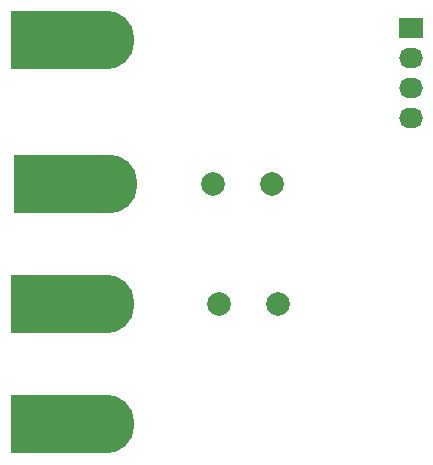
<source format=gbr>
G04 #@! TF.FileFunction,Copper,L2,Bot,Signal*
%FSLAX46Y46*%
G04 Gerber Fmt 4.6, Leading zero omitted, Abs format (unit mm)*
G04 Created by KiCad (PCBNEW 4.0.4-stable) date 02/19/17 00:05:06*
%MOMM*%
%LPD*%
G01*
G04 APERTURE LIST*
%ADD10C,0.100000*%
%ADD11C,5.000000*%
%ADD12R,8.000000X5.000000*%
%ADD13R,2.032000X1.727200*%
%ADD14O,2.032000X1.727200*%
%ADD15C,1.998980*%
G04 APERTURE END LIST*
D10*
D11*
X120396000Y-102108000D03*
D12*
X116396000Y-102108000D03*
D11*
X120650000Y-114300000D03*
D12*
X116650000Y-114300000D03*
D11*
X120396000Y-124460000D03*
D12*
X116396000Y-124460000D03*
D11*
X120396000Y-134620000D03*
D12*
X116396000Y-134620000D03*
D13*
X146304000Y-101092000D03*
D14*
X146304000Y-103632000D03*
X146304000Y-106172000D03*
X146304000Y-108712000D03*
D15*
X130088640Y-124460000D03*
X135089900Y-124460000D03*
X129580640Y-114300000D03*
X134581900Y-114300000D03*
M02*

</source>
